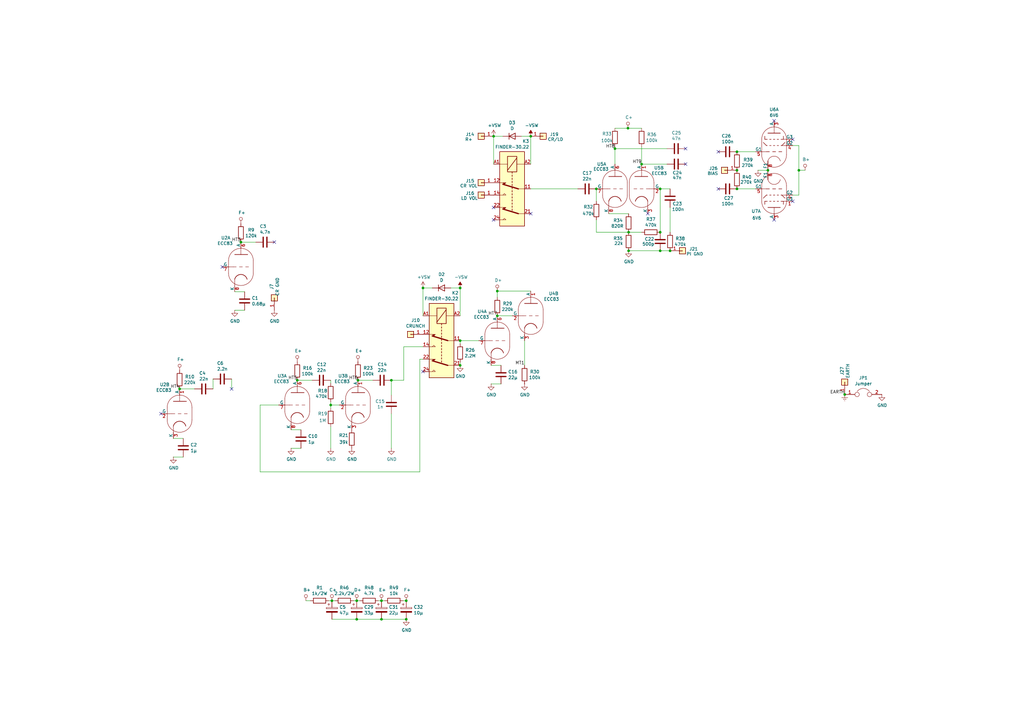
<source format=kicad_sch>
(kicad_sch (version 20250114) (generator "eeschema") (generator_version "9.0")
  (paper "A3")
  (title_block (title "Dirty Greed Custom (PCB)") (date "2019-04-05") (rev "0") (company "A-wai Amplification"))
  (lib_symbols
    (symbol "Connector_Generic:Conn_01x01" (pin_names (offset 1.016) (hide yes))
      (property "Reference" "J" (at 0 2.54 0))
      (property "Value" "Conn_01x01" (at 0 -2.54 0))
      (symbol "Conn_01x01_1_1"
        (rectangle (start -1.27 1.27) (end 1.27 -1.27) (stroke (width 0.254)) (fill (type background)))
        (rectangle (start -1.27 0.127) (end 0 -0.127) (stroke (width 0.1524)))
        (pin passive line (at -5.08 0 0) (length 3.81) (name "Pin_1") (number "1"))
      )
    )
    (symbol "Device:C" (pin_numbers (hide yes)) (pin_names (offset 0.254))
      (property "Reference" "C" (at 0.635 2.54 0))
      (property "Value" "C" (at 0.635 -2.54 0))
      (symbol "C_0_1"
        (polyline (pts (xy -2.032 0.762) (xy 2.032 0.762)) (stroke (width 0.508)))
        (polyline (pts (xy -2.032 -0.762) (xy 2.032 -0.762)) (stroke (width 0.508)))
      )
      (symbol "C_1_1"
        (pin passive line (at 0 3.81 270) (length 2.794) (name "~") (number "1"))
        (pin passive line (at 0 -3.81 90) (length 2.794) (name "~") (number "2"))
      )
    )
    (symbol "Device:CP" (pin_numbers (hide yes)) (pin_names (offset 0.254))
      (property "Reference" "C" (at 0.635 2.54 0))
      (property "Value" "Device_CP" (at 0.635 -2.54 0))
      (symbol "CP_0_1"
        (rectangle (start -2.286 0.508) (end -2.286 1.016))
        (rectangle (start -2.286 0.508) (end 2.286 0.508))
        (polyline (pts (xy -1.778 2.286) (xy -0.762 2.286)))
        (polyline (pts (xy -1.27 2.794) (xy -1.27 1.778)))
        (rectangle (start 2.286 1.016) (end -2.286 1.016))
        (rectangle (start 2.286 1.016) (end 2.286 0.508))
        (rectangle (start 2.286 -0.508) (end -2.286 -1.016) (fill (type outline)))
      )
      (symbol "CP_1_1"
        (pin passive line (at 0 3.81 270) (length 2.794) (name "~") (number "1"))
        (pin passive line (at 0 -3.81 90) (length 2.794) (name "~") (number "2"))
      )
    )
    (symbol "Device:D" (pin_numbers (hide yes)) (pin_names (offset 1.016) (hide yes))
      (property "Reference" "D" (at 0 2.54 0))
      (property "Value" "D" (at 0 -2.54 0))
      (symbol "D_0_1"
        (polyline (pts (xy -1.27 1.27) (xy -1.27 -1.27)) (stroke (width 0.254)))
        (polyline (pts (xy 1.27 1.27) (xy 1.27 -1.27) (xy -1.27 0) (xy 1.27 1.27)) (stroke (width 0.254)))
        (polyline (pts (xy 1.27 0) (xy -1.27 0)))
      )
      (symbol "D_1_1"
        (pin passive line (at -3.81 0 0) (length 2.54) (name "K") (number "1"))
        (pin passive line (at 3.81 0 180) (length 2.54) (name "A") (number "2"))
      )
    )
    (symbol "Device:Jumper" (pin_names (offset 0.762) (hide yes))
      (property "Reference" "JP" (at 0 3.81 0))
      (property "Value" "Device_Jumper" (at 0 -2.032 0))
      (symbol "Jumper_0_1"
        (circle (center -2.54 0) (radius 0.889))
        (arc (start -2.4892 1.27) (mid 0.0077 2.4896) (end 2.5146 1.27))
        (circle (center 2.54 0) (radius 0.889))
        (pin passive line (at -7.62 0 0) (length 4.191) (name "1") (number "1"))
        (pin passive line (at 7.62 0 180) (length 4.191) (name "2") (number "2"))
      )
    )
    (symbol "Device:R" (pin_numbers (hide yes)) (pin_names (offset 0))
      (property "Reference" "R" (at 2.032 0 90))
      (property "Value" "R" (at 0 0 90))
      (symbol "R_0_1"
        (rectangle (start -1.016 -2.54) (end 1.016 2.54) (stroke (width 0.254)))
      )
      (symbol "R_1_1"
        (pin passive line (at 0 3.81 270) (length 1.27) (name "~") (number "1"))
        (pin passive line (at 0 -3.81 90) (length 1.27) (name "~") (number "2"))
      )
    )
    (symbol "Project:B+" (power) (pin_names (offset 0))
      (property "Value" "B+" (at 0 3.81 0))
      (symbol "B+_0_1"
        (circle (center 0 1.905) (radius 0.635))
        (polyline (pts (xy 0 0) (xy 0 1.27)))
      )
      (symbol "B+_1_1"
        (pin power_in line (at 0 0 90) (length 0) (hide yes) (name "B+") (number "1"))
      )
    )
    (symbol "Project:C+" (power) (pin_names (offset 0))
      (property "Value" "C+" (at 0 3.81 0))
      (symbol "C+_0_1"
        (circle (center 0 1.905) (radius 0.635))
        (polyline (pts (xy 0 0) (xy 0 1.27)))
      )
      (symbol "C+_1_1"
        (pin power_in line (at 0 0 90) (length 0) (hide yes) (name "C+") (number "1"))
      )
    )
    (symbol "Project:D+" (power) (pin_names (offset 0))
      (property "Value" "D+" (at 0 3.81 0))
      (symbol "D+_0_1"
        (circle (center 0 1.905) (radius 0.635))
        (polyline (pts (xy 0 0) (xy 0 1.27)))
      )
      (symbol "D+_1_1"
        (pin power_in line (at 0 0 90) (length 0) (hide yes) (name "D+") (number "1"))
      )
    )
    (symbol "Project:E+" (power) (pin_names (offset 0))
      (property "Value" "E+" (at 0 3.81 0))
      (symbol "E+_0_1"
        (circle (center 0 1.905) (radius 0.635))
        (polyline (pts (xy 0 0) (xy 0 1.27)))
      )
      (symbol "E+_1_1"
        (pin power_in line (at 0 0 90) (length 0) (hide yes) (name "E+") (number "1"))
      )
    )
    (symbol "Project:F+" (power) (pin_names (offset 0))
      (property "Value" "F+" (at 0 3.81 0))
      (symbol "F+_0_1"
        (circle (center 0 1.905) (radius 0.635))
        (polyline (pts (xy 0 0) (xy 0 1.27)))
      )
      (symbol "F+_1_1"
        (pin power_in line (at 0 0 90) (length 0) (hide yes) (name "F+") (number "1"))
      )
    )
    (symbol "Relay:FINDER-30.22"
      (property "Reference" "K" (at 16.51 3.81 0))
      (property "Value" "FINDER-30.22" (at 16.51 1.27 0))
      (symbol "FINDER-30.22_0_0"
        (polyline (pts (xy -2.54 5.08) (xy -2.54 2.54) (xy -1.905 3.175) (xy -2.54 3.81)) (fill (type outline)))
        (polyline (pts (xy 2.54 5.08) (xy 2.54 2.54) (xy 1.905 3.175) (xy 2.54 3.81)))
        (polyline (pts (xy 7.62 5.08) (xy 7.62 2.54) (xy 8.255 3.175) (xy 7.62 3.81)) (fill (type outline)))
        (polyline (pts (xy 12.7 5.08) (xy 12.7 2.54) (xy 12.065 3.175) (xy 12.7 3.81)))
      )
      (symbol "FINDER-30.22_0_1"
        (rectangle (start -15.24 5.08) (end 15.24 -5.08) (stroke (width 0.254)) (fill (type background)))
        (rectangle (start -13.335 1.905) (end -6.985 -1.905) (stroke (width 0.254)))
        (polyline (pts (xy -12.7 -1.905) (xy -7.62 1.905)) (stroke (width 0.254)))
        (polyline (pts (xy -10.16 5.08) (xy -10.16 1.905)))
        (polyline (pts (xy -10.16 -5.08) (xy -10.16 -1.905)))
        (polyline (pts (xy -6.985 0) (xy -6.35 0)) (stroke (width 0.254)))
        (polyline (pts (xy -5.715 0) (xy -5.08 0)) (stroke (width 0.254)))
        (polyline (pts (xy -4.445 0) (xy -3.81 0)) (stroke (width 0.254)))
        (polyline (pts (xy -3.175 0) (xy -2.54 0)) (stroke (width 0.254)))
        (polyline (pts (xy -1.905 0) (xy -1.27 0)) (stroke (width 0.254)))
        (polyline (pts (xy -0.635 0) (xy 0 0)) (stroke (width 0.254)))
        (polyline (pts (xy 0 -2.54) (xy -1.905 3.81)) (stroke (width 0.508)))
        (polyline (pts (xy 0 -2.54) (xy 0 -5.08)))
        (polyline (pts (xy 0.635 0) (xy 1.27 0)) (stroke (width 0.254)))
        (polyline (pts (xy 1.905 0) (xy 2.54 0)) (stroke (width 0.254)))
        (polyline (pts (xy 3.175 0) (xy 3.81 0)) (stroke (width 0.254)))
        (polyline (pts (xy 4.445 0) (xy 5.08 0)) (stroke (width 0.254)))
        (polyline (pts (xy 5.715 0) (xy 6.35 0)) (stroke (width 0.254)))
        (polyline (pts (xy 6.985 0) (xy 7.62 0)) (stroke (width 0.254)))
        (polyline (pts (xy 8.255 0) (xy 8.89 0)) (stroke (width 0.254)))
        (polyline (pts (xy 10.16 -2.54) (xy 8.255 3.81)) (stroke (width 0.508)))
        (polyline (pts (xy 10.16 -2.54) (xy 10.16 -5.08)))
      )
      (symbol "FINDER-30.22_1_1"
        (pin passive line (at -10.16 7.62 270) (length 2.54) (name "~") (number "A1"))
        (pin passive line (at -10.16 -7.62 90) (length 2.54) (name "~") (number "A2"))
        (pin passive line (at -2.54 7.62 270) (length 2.54) (name "~") (number "12"))
        (pin passive line (at 0 -7.62 90) (length 2.54) (name "~") (number "11"))
        (pin passive line (at 2.54 7.62 270) (length 2.54) (name "~") (number "14"))
        (pin passive line (at 7.62 7.62 270) (length 2.54) (name "~") (number "22"))
        (pin passive line (at 10.16 -7.62 90) (length 2.54) (name "~") (number "21"))
        (pin passive line (at 12.7 7.62 270) (length 2.54) (name "~") (number "24"))
      )
    )
    (symbol "Valve:ECC83" (pin_names (offset 0))
      (property "Reference" "U" (at 3.302 7.874 0))
      (property "Value" "ECC83" (at 8.89 -7.62 0))
      (symbol "ECC83_0_1"
        (polyline (pts (xy -5.08 2.54) (xy -5.08 -2.54) (xy -5.08 -2.54)))
        (arc (start -5.08 2.54) (mid 0 7.5979) (end 5.08 2.54))
        (arc (start 5.08 -2.54) (mid 0 -7.5979) (end -5.08 -2.54))
        (polyline (pts (xy 5.08 2.54) (xy 5.08 -2.54)))
      )
      (symbol "ECC83_1_0"
        (polyline (pts (xy -2.54 -5.08) (xy -2.54 -7.62)))
        (polyline (pts (xy 0 5.08) (xy 0 7.62)))
      )
      (symbol "ECC83_1_1"
        (polyline (pts (xy -5.08 0) (xy -3.175 0)))
        (polyline (pts (xy -2.54 5.08) (xy 2.794 5.08) (xy 2.794 5.08)) (stroke (width 0.254)))
        (polyline (pts (xy -1.905 0) (xy -3.175 0)) (stroke (width 0.1524)))
        (polyline (pts (xy -0.635 0) (xy 0.635 0)) (stroke (width 0.1524)))
        (arc (start -2.54 -5.08) (mid 0 -3.0968) (end 2.54 -5.08) (stroke (width 0.254)))
        (polyline (pts (xy 1.905 0) (xy 3.175 0)) (stroke (width 0.1524)))
        (pin input line (at -7.62 0 0) (length 2.54) (name "G") (number "7"))
        (pin bidirectional line (at -2.54 -10.16 90) (length 2.54) (name "K") (number "8"))
        (pin output line (at 0 10.16 270) (length 2.54) (name "A") (number "6"))
      )
      (symbol "ECC83_2_0"
        (polyline (pts (xy -2.54 -5.08) (xy -2.54 -7.62)))
        (polyline (pts (xy 0 5.08) (xy 0 7.62)))
      )
      (symbol "ECC83_2_1"
        (polyline (pts (xy -5.08 0) (xy -3.175 0)))
        (polyline (pts (xy -2.54 5.08) (xy 2.794 5.08) (xy 2.794 5.08)) (stroke (width 0.254)))
        (polyline (pts (xy -1.905 0) (xy -3.175 0)) (stroke (width 0.1524)))
        (polyline (pts (xy -0.635 0) (xy 0.635 0)) (stroke (width 0.1524)))
        (arc (start -2.54 -5.08) (mid 0 -3.0968) (end 2.54 -5.08) (stroke (width 0.254)))
        (polyline (pts (xy 1.905 0) (xy 3.175 0)) (stroke (width 0.1524)))
        (pin input line (at -7.62 0 0) (length 2.54) (name "G") (number "2"))
        (pin bidirectional line (at -2.54 -10.16 90) (length 2.54) (name "K") (number "3"))
        (pin output line (at 0 10.16 270) (length 2.54) (name "A") (number "1"))
      )
      (symbol "ECC83_3_1"
        (arc (start -2.54 -6.35) (mid -1.27 -5.5651) (end 0 -6.35))
        (arc (start 0 -6.35) (mid 1.27 -5.5651) (end 2.54 -6.35))
        (pin power_in line (at -2.54 -11.43 90) (length 5.08) (name "F1") (number "4"))
        (pin power_in line (at 0 -11.43 90) (length 5.08) (name "F2") (number "9"))
        (pin power_in line (at 2.54 -11.43 90) (length 5.08) (name "F1") (number "5"))
      )
    )
    (symbol "Valve:EL34" (pin_names (offset 0))
      (property "Reference" "U" (at 5.08 8.89 0))
      (property "Value" "EL34" (at 6.35 -7.62 0))
      (symbol "EL34_0_1"
        (polyline (pts (xy -5.08 3.81) (xy -5.08 -2.54) (xy -5.08 -2.54)))
        (arc (start -5.08 3.81) (mid 0 8.8679) (end 5.08 3.81))
        (arc (start 5.08 -2.54) (mid 0 -7.5979) (end -5.08 -2.54))
        (polyline (pts (xy 5.08 3.81) (xy 5.08 -2.54) (xy 5.08 -2.54)))
      )
      (symbol "EL34_1_0"
        (polyline (pts (xy -2.54 -5.08) (xy -2.54 -7.62)))
      )
      (symbol "EL34_1_1"
        (polyline (pts (xy -5.08 -1.27) (xy -3.175 -1.27)))
        (polyline (pts (xy -4.445 2.54) (xy -3.175 1.27)) (stroke (width 0.2032)))
        (polyline (pts (xy -3.81 5.08) (xy -3.81 3.81)) (stroke (width 0.2032)))
        (polyline (pts (xy -3.81 3.81) (xy -2.794 3.81)) (stroke (width 0.2032)))
        (polyline (pts (xy -3.175 1.27) (xy -2.794 1.27)) (stroke (width 0.2032)))
        (polyline (pts (xy -2.54 6.35) (xy 2.54 6.35) (xy 2.54 6.35) (xy 2.54 6.35)) (stroke (width 0.254)))
        (polyline (pts (xy -1.905 -1.27) (xy -3.175 -1.27)) (stroke (width 0.2032)))
        (polyline (pts (xy -1.8542 3.81) (xy -1.2192 3.81)) (stroke (width 0.2032)))
        (polyline (pts (xy -1.8542 1.27) (xy -1.2192 1.27)) (stroke (width 0.2032)))
        (polyline (pts (xy -0.635 -1.27) (xy 0.635 -1.27)) (stroke (width 0.2032)))
        (polyline (pts (xy -0.3302 3.81) (xy 0.3302 3.81)) (stroke (width 0.2032)))
        (polyline (pts (xy -0.3302 1.27) (xy 0.3302 1.27)) (stroke (width 0.2032)))
        (polyline (pts (xy 0 6.35) (xy 0 8.89)))
        (arc (start -2.54 -5.08) (mid 0 -3.0968) (end 2.54 -5.08))
        (polyline (pts (xy 1.2192 3.81) (xy 1.8542 3.81)) (stroke (width 0.2032)))
        (polyline (pts (xy 1.2192 1.27) (xy 1.8542 1.27)) (stroke (width 0.2032)))
        (polyline (pts (xy 1.905 -1.27) (xy 3.175 -1.27)) (stroke (width 0.2032)))
        (polyline (pts (xy 2.794 1.27) (xy 3.175 1.27)) (stroke (width 0.2032)))
        (polyline (pts (xy 3.175 1.27) (xy 5.08 1.27)))
        (polyline (pts (xy 3.81 5.08) (xy 3.81 3.81)) (stroke (width 0.2032)))
        (polyline (pts (xy 3.81 3.81) (xy 2.794 3.81)) (stroke (width 0.2032)))
        (polyline (pts (xy 3.8862 3.81) (xy 5.08 3.81)))
        (polyline (pts (xy 4.445 2.54) (xy 3.175 1.27)) (stroke (width 0.2032)))
        (pin input line (at -7.62 -1.27 0) (length 2.54) (name "G1") (number "5"))
        (pin power_in line (at -2.54 -8.89 90) (length 3.81) (name "F1") (number "8"))
        (pin output line (at 0 11.43 270) (length 2.54) (name "A") (number "3"))
        (pin input line (at 7.62 3.81 180) (length 2.54) (name "G3") (number "1"))
        (pin input line (at 7.62 1.27 180) (length 2.54) (name "G2") (number "4"))
      )
      (symbol "EL34_2_1"
        (polyline (pts (xy -2.54 -6.35) (xy -2.54 -5.08) (xy -2.54 -5.08)))
        (arc (start -2.54 -5.08) (mid 0 -4.0279) (end 2.54 -5.08))
        (polyline (pts (xy 2.54 -6.35) (xy 2.54 -5.08) (xy 2.54 -5.08)))
        (pin power_in line (at -2.54 -10.16 90) (length 3.81) (name "F1") (number "2"))
        (pin power_in line (at 2.54 -10.16 90) (length 3.81) (name "F2") (number "7"))
      )
    )
    (symbol "power:+VSW" (power) (pin_numbers (hide yes)) (pin_names (offset 0) (hide yes))
      (property "Value" "+VSW" (at 0 3.556 0))
      (symbol "+VSW_0_1"
        (polyline (pts (xy -0.762 1.27) (xy 0 2.54)))
        (polyline (pts (xy 0 2.54) (xy 0.762 1.27)))
        (polyline (pts (xy 0 0) (xy 0 2.54)))
      )
      (symbol "+VSW_1_1"
        (pin power_in line (at 0 0 90) (length 0) (name "~") (number "1"))
      )
    )
    (symbol "power:-VSW" (power) (pin_numbers (hide yes)) (pin_names (offset 0) (hide yes))
      (property "Value" "-VSW" (at 0 3.556 0))
      (symbol "-VSW_0_0"
        (pin power_in line (at 0 0 90) (length 0) (name "~") (number "1"))
      )
      (symbol "-VSW_0_1"
        (polyline (pts (xy 0 0) (xy 0 1.27) (xy 0.762 1.27) (xy 0 2.54) (xy -0.762 1.27) (xy 0 1.27)) (fill (type outline)))
      )
    )
    (symbol "power:Earth" (power) (pin_numbers (hide yes)) (pin_names (offset 0) (hide yes))
      (property "Value" "Earth" (at 0 -3.81 0))
      (symbol "Earth_0_1"
        (polyline (pts (xy -0.635 -1.905) (xy 0.635 -1.905)))
        (polyline (pts (xy -0.127 -2.54) (xy 0.127 -2.54)))
        (polyline (pts (xy 0 -1.27) (xy 0 0)))
        (polyline (pts (xy 1.27 -1.27) (xy -1.27 -1.27)))
      )
      (symbol "Earth_1_1"
        (pin power_in line (at 0 0 270) (length 0) (name "~") (number "1"))
      )
    )
    (symbol "power:GND" (power) (pin_numbers (hide yes)) (pin_names (offset 0) (hide yes))
      (property "Value" "GND" (at 0 -3.81 0))
      (symbol "GND_0_1"
        (polyline (pts (xy 0 0) (xy 0 -1.27) (xy 1.27 -1.27) (xy 0 -2.54) (xy -1.27 -1.27) (xy 0 -1.27)))
      )
      (symbol "GND_1_1"
        (pin power_in line (at 0 0 270) (length 0) (name "~") (number "1"))
      )
    )
  )
  (junction (at 146.304 246.38))
  (junction (at 302.26 62.23))
  (junction (at 263.144 67.31))
  (junction (at 302.26 77.47))
  (junction (at 188.722 139.7))
  (junction (at 188.722 149.86))
  (junction (at 270.764 102.87))
  (junction (at 314.96 69.85))
  (junction (at 203.962 119.38))
  (junction (at 156.464 254))
  (junction (at 327.66 69.85))
  (junction (at 166.624 254))
  (junction (at 257.556 52.578))
  (junction (at 252.222 60.96))
  (junction (at 302.26 69.85))
  (junction (at 146.812 155.956))
  (junction (at 346.456 161.798))
  (junction (at 270.764 77.47))
  (junction (at 244.602 77.47))
  (junction (at 274.828 102.87))
  (junction (at 156.464 246.38))
  (junction (at 217.678 55.88))
  (junction (at 257.81 102.87))
  (junction (at 270.764 95.25))
  (junction (at 135.636 166.116))
  (junction (at 98.806 99.314))
  (junction (at 202.438 55.88))
  (junction (at 160.528 155.956))
  (junction (at 73.66 159.512))
  (junction (at 121.92 155.956))
  (junction (at 166.624 246.38))
  (junction (at 173.482 118.11))
  (junction (at 203.962 129.54))
  (junction (at 136.144 246.38))
  (junction (at 257.81 95.25))
  (junction (at 146.304 254))
  (junction (at 188.722 118.11))
  (no_connect (at 265.684 87.63))
  (no_connect (at 173.482 152.4))
  (no_connect (at 66.04 169.672))
  (no_connect (at 202.438 85.09))
  (no_connect (at 294.64 62.23))
  (no_connect (at 281.178 67.31))
  (no_connect (at 94.996 159.512))
  (no_connect (at 294.64 77.47))
  (no_connect (at 112.522 99.314))
  (no_connect (at 325.12 57.15))
  (no_connect (at 217.678 87.63))
  (no_connect (at 325.12 82.55))
  (no_connect (at 317.5 90.17))
  (no_connect (at 281.178 60.96))
  (no_connect (at 202.438 90.17))
  (no_connect (at 317.5 49.53))
  (no_connect (at 91.186 109.474))
  (wire (pts (xy 119.38 183.896) (xy 123.444 183.896)))
  (wire (pts (xy 94.996 159.512) (xy 94.996 155.448)))
  (wire (pts (xy 327.66 80.01) (xy 327.66 69.85)))
  (wire (pts (xy 173.482 118.11) (xy 173.482 129.54)))
  (wire (pts (xy 121.92 155.956) (xy 128.016 155.956)))
  (wire (pts (xy 310.896 69.85) (xy 314.96 69.85)))
  (wire (pts (xy 160.528 162.052) (xy 160.528 155.956)))
  (wire (pts (xy 125.476 246.38) (xy 127.254 246.38)))
  (wire (pts (xy 213.868 55.88) (xy 217.678 55.88)))
  (wire (pts (xy 270.764 102.87) (xy 257.81 102.87)))
  (wire (pts (xy 217.678 77.47) (xy 236.982 77.47)))
  (wire (pts (xy 156.464 254) (xy 166.624 254)))
  (wire (pts (xy 327.66 69.85) (xy 327.66 59.69)))
  (wire (pts (xy 100.33 119.634) (xy 96.266 119.634)))
  (wire (pts (xy 252.222 60.96) (xy 252.222 67.31)))
  (wire (pts (xy 177.292 118.11) (xy 173.482 118.11)))
  (wire (pts (xy 206.248 55.88) (xy 202.438 55.88)))
  (wire (pts (xy 274.828 85.09) (xy 274.828 95.25)))
  (wire (pts (xy 106.68 166.116) (xy 106.68 193.548)))
  (wire (pts (xy 252.222 60.198) (xy 252.222 60.96)))
  (wire (pts (xy 210.058 129.54) (xy 203.962 129.54)))
  (wire (pts (xy 135.636 183.896) (xy 135.636 175.006)))
  (wire (pts (xy 202.438 55.88) (xy 202.438 67.31)))
  (wire (pts (xy 327.66 69.85) (xy 330.2 69.85)))
  (wire (pts (xy 135.636 166.116) (xy 135.636 164.846)))
  (wire (pts (xy 302.26 77.47) (xy 309.88 77.47)))
  (wire (pts (xy 188.722 148.59) (xy 188.722 149.86)))
  (wire (pts (xy 188.722 140.97) (xy 188.722 139.7)))
  (wire (pts (xy 106.68 193.548) (xy 172.212 193.548)))
  (wire (pts (xy 139.192 166.116) (xy 135.636 166.116)))
  (wire (pts (xy 257.81 95.25) (xy 263.144 95.25)))
  (wire (pts (xy 146.304 246.38) (xy 147.574 246.38)))
  (wire (pts (xy 205.486 149.86) (xy 201.422 149.86)))
  (wire (pts (xy 145.034 246.38) (xy 146.304 246.38)))
  (wire (pts (xy 273.558 67.31) (xy 263.144 67.31)))
  (wire (pts (xy 165.354 246.38) (xy 166.624 246.38)))
  (wire (pts (xy 325.12 80.01) (xy 327.66 80.01)))
  (wire (pts (xy 135.636 157.226) (xy 135.636 155.956)))
  (wire (pts (xy 71.12 187.452) (xy 75.184 187.452)))
  (wire (pts (xy 172.212 147.32) (xy 172.212 193.548)))
  (wire (pts (xy 203.962 119.38) (xy 217.678 119.38)))
  (wire (pts (xy 137.414 246.38) (xy 136.144 246.38)))
  (wire (pts (xy 188.722 139.7) (xy 196.342 139.7)))
  (wire (pts (xy 165.608 155.956) (xy 160.528 155.956)))
  (wire (pts (xy 263.144 67.31) (xy 263.144 60.198)))
  (wire (pts (xy 156.464 246.38) (xy 157.734 246.38)))
  (wire (pts (xy 217.678 55.88) (xy 217.678 67.31)))
  (wire (pts (xy 106.68 166.116) (xy 114.3 166.116)))
  (wire (pts (xy 75.184 179.832) (xy 71.12 179.832)))
  (wire (pts (xy 155.194 246.38) (xy 156.464 246.38)))
  (wire (pts (xy 73.66 159.512) (xy 79.756 159.512)))
  (wire (pts (xy 135.636 167.386) (xy 135.636 166.116)))
  (wire (pts (xy 215.138 139.7) (xy 215.138 149.86)))
  (wire (pts (xy 257.81 87.63) (xy 249.682 87.63)))
  (wire (pts (xy 87.376 155.448) (xy 87.376 159.512)))
  (wire (pts (xy 244.602 95.25) (xy 257.81 95.25)))
  (wire (pts (xy 201.422 157.48) (xy 205.486 157.48)))
  (wire (pts (xy 244.602 82.55) (xy 244.602 77.47)))
  (wire (pts (xy 244.602 90.17) (xy 244.602 95.25)))
  (wire (pts (xy 302.26 62.23) (xy 309.88 62.23)))
  (wire (pts (xy 188.722 118.11) (xy 188.722 129.54)))
  (wire (pts (xy 98.806 99.314) (xy 104.902 99.314)))
  (wire (pts (xy 134.874 246.38) (xy 136.144 246.38)))
  (wire (pts (xy 270.764 95.25) (xy 270.764 77.47)))
  (wire (pts (xy 146.812 155.956) (xy 152.908 155.956)))
  (wire (pts (xy 136.144 254) (xy 146.304 254)))
  (wire (pts (xy 156.464 254) (xy 146.304 254)))
  (wire (pts (xy 273.558 60.96) (xy 252.222 60.96)))
  (wire (pts (xy 327.66 59.69) (xy 325.12 59.69)))
  (wire (pts (xy 203.962 119.38) (xy 203.962 121.92)))
  (wire (pts (xy 123.444 176.276) (xy 119.38 176.276)))
  (wire (pts (xy 270.764 102.87) (xy 274.828 102.87)))
  (wire (pts (xy 96.266 127.254) (xy 100.33 127.254)))
  (wire (pts (xy 257.556 52.578) (xy 252.222 52.578)))
  (wire (pts (xy 263.144 52.578) (xy 257.556 52.578)))
  (wire (pts (xy 173.482 142.24) (xy 165.608 142.24)))
  (wire (pts (xy 165.608 142.24) (xy 165.608 155.956)))
  (wire (pts (xy 274.828 77.47) (xy 270.764 77.47)))
  (wire (pts (xy 160.528 169.672) (xy 160.528 183.896)))
  (wire (pts (xy 184.912 118.11) (xy 188.722 118.11)))
  (wire (pts (xy 172.212 147.32) (xy 173.482 147.32)))
  (label "HT9" (at 263.144 67.31 180))
  (label "EARTH" (at 346.456 161.798 180))
  (label "MT1" (at 215.138 149.86 180))
  (label "HT6" (at 146.812 155.956 180))
  (label "HT4" (at 73.66 159.512 180))
  (label "HT7" (at 203.962 129.54 180))
  (label "HT8" (at 252.222 60.96 180))
  (label "HT5" (at 121.92 155.956 180))
  (label "HT3" (at 98.806 99.314 180))
  (symbol (lib_id "Valve:ECC83") (at 252.222 77.47 0) (unit 1)
    (property "Reference" "U5" (at 244.856 67.31 0) (effects (justify left)))
    (property "Value" "ECC83" (at 243.332 69.342 0) (effects (justify left)))
    (property "Footprint" "A-wai_Turrets:TUBE_TRIODE" (effects (hide yes)))
    (property "Datasheet" "http://www.r-type.org/pdfs/ecc83.pdf" (effects (hide yes)))
  )
  (symbol (lib_id "Valve:ECC83") (at 263.144 77.47 0) (mirror y) (unit 2)
    (property "Reference" "U5" (at 272.288 68.834 0) (effects (justify left)))
    (property "Value" "ECC83" (at 273.558 71.12 0) (effects (justify left)))
    (property "Footprint" "A-wai_Turrets:TUBE_TRIODE" (effects (hide yes)))
    (property "Datasheet" "http://www.r-type.org/pdfs/ecc83.pdf" (effects (hide yes)))
  )
  (symbol (lib_id "Relay:FINDER-30.22") (at 181.102 139.7 90) (mirror x) (unit 1)
    (property "Reference" "K2" (at 188.0616 120.142 90) (effects (justify left)))
    (property "Value" "FINDER-30.22" (at 188.0616 122.5042 90) (effects (justify left)))
    (property "Footprint" "Relay_THT:Relay_DPDT_Finder_30.22" (effects (hide yes)))
    (property "Datasheet" "http://gfinder.findernet.com/assets/Series/354/S30EN.pdf" (effects (hide yes)))
  )
  (symbol (lib_id "power:Earth") (at 346.456 161.798 0) (unit 1)
    (property "Reference" "#PWR026" (effects (hide yes)))
    (property "Value" "Earth" (effects (hide yes)))
  )
  (symbol (lib_id "Device:R") (at 244.602 86.36 0) (unit 1)
    (property "Reference" "R32" (at 241.3 84.836 0))
    (property "Value" "470k" (at 241.3 87.63 0))
    (property "Footprint" "A-wai_Turrets:R_0.5W" (effects (hide yes)))
  )
  (symbol (lib_id "Device:R") (at 263.144 56.388 180) (unit 1)
    (property "Reference" "R36" (at 267.335 55.1942 0))
    (property "Value" "100k" (at 267.335 57.5564 0))
    (property "Footprint" "A-wai_Turrets:R_0.5W" (effects (hide yes)))
  )
  (symbol (lib_id "Valve:ECC83") (at 98.806 109.474 0) (unit 1)
    (property "Reference" "U2" (at 90.678 97.536 0) (effects (justify left)))
    (property "Value" "ECC83" (at 89.154 99.822 0) (effects (justify left)))
    (property "Footprint" "A-wai_Turrets:TUBE_TRIODE" (effects (hide yes)))
    (property "Datasheet" "http://www.r-type.org/pdfs/ecc83.pdf" (effects (hide yes)))
  )
  (symbol (lib_id "Device:R") (at 98.806 95.504 0) (unit 1)
    (property "Reference" "R9" (at 102.997 94.3102 0))
    (property "Value" "120k" (at 102.997 96.6724 0))
    (property "Footprint" "A-wai_Turrets:R_0.5W" (effects (hide yes)))
  )
  (symbol (lib_id "power:GND") (at 96.266 127.254 0) (unit 1)
    (property "Reference" "#PWR03" (effects (hide yes)))
    (property "Value" "GND" (at 96.393 131.699 0))
  )
  (symbol (lib_id "Device:C") (at 100.33 123.444 0) (unit 1)
    (property "Reference" "C1" (at 103.251 122.2502 0) (effects (justify left)))
    (property "Value" "0.68µ" (at 103.251 124.6124 0) (effects (justify left)))
    (property "Footprint" "A-wai_Turrets:C_M150_684_100V" (effects (hide yes)))
  )
  (symbol (lib_id "Device:C") (at 108.712 99.314 270) (unit 1)
    (property "Reference" "C3" (at 106.5276 92.837 90) (effects (justify left)))
    (property "Value" "4.7n" (at 106.5276 95.1992 90) (effects (justify left)))
    (property "Footprint" "A-wai_Turrets:C_6PS_502" (effects (hide yes)))
  )
  (symbol (lib_id "power:GND") (at 112.522 127.254 0) (unit 1)
    (property "Reference" "#PWR05" (effects (hide yes)))
    (property "Value" "GND" (at 112.649 131.699 0))
  )
  (symbol (lib_id "Valve:ECC83") (at 73.66 169.672 0) (unit 2)
    (property "Reference" "U2" (at 65.532 157.734 0) (effects (justify left)))
    (property "Value" "ECC83" (at 64.008 160.02 0) (effects (justify left)))
    (property "Footprint" "A-wai_Turrets:TUBE_TRIODE" (effects (hide yes)))
    (property "Datasheet" "http://www.r-type.org/pdfs/ecc83.pdf" (effects (hide yes)))
  )
  (symbol (lib_id "Device:R") (at 73.66 155.702 0) (unit 1)
    (property "Reference" "R10" (at 77.851 154.5082 0))
    (property "Value" "220k" (at 77.851 156.8704 0))
    (property "Footprint" "A-wai_Turrets:R_0.5W" (effects (hide yes)))
  )
  (symbol (lib_id "power:GND") (at 71.12 187.452 0) (unit 1)
    (property "Reference" "#PWR04" (effects (hide yes)))
    (property "Value" "GND" (at 71.247 191.897 0))
  )
  (symbol (lib_id "Device:C") (at 75.184 183.642 0) (unit 1)
    (property "Reference" "C2" (at 78.105 182.4482 0) (effects (justify left)))
    (property "Value" "1µ" (at 78.105 184.8104 0) (effects (justify left)))
    (property "Footprint" "A-wai_Turrets:C_M150_105_100V" (effects (hide yes)))
  )
  (symbol (lib_id "Device:C") (at 83.566 159.512 270) (unit 1)
    (property "Reference" "C4" (at 81.6864 153.035 90) (effects (justify left)))
    (property "Value" "22n" (at 81.6864 155.3972 90) (effects (justify left)))
    (property "Footprint" "A-wai_Turrets:C_WMF_223_630V" (effects (hide yes)))
  )
  (symbol (lib_id "Device:C") (at 91.186 155.448 270) (unit 1)
    (property "Reference" "C6" (at 89.0016 148.971 90) (effects (justify left)))
    (property "Value" "2.2n" (at 89.0016 151.3332 90) (effects (justify left)))
    (property "Footprint" "A-wai_Turrets:C_6PS_202" (effects (hide yes)))
  )
  (symbol (lib_id "Valve:ECC83") (at 121.92 166.116 0) (unit 1)
    (property "Reference" "U3" (at 113.792 154.178 0) (effects (justify left)))
    (property "Value" "ECC83" (at 112.268 156.464 0) (effects (justify left)))
    (property "Footprint" "A-wai_Turrets:TUBE_TRIODE" (effects (hide yes)))
    (property "Datasheet" "http://www.r-type.org/pdfs/ecc83.pdf" (effects (hide yes)))
  )
  (symbol (lib_id "Device:R") (at 121.92 152.146 0) (unit 1)
    (property "Reference" "R16" (at 126.111 150.9522 0))
    (property "Value" "100k" (at 126.111 153.3144 0))
    (property "Footprint" "A-wai_Turrets:R_0.5W" (effects (hide yes)))
  )
  (symbol (lib_id "power:GND") (at 119.38 183.896 0) (unit 1)
    (property "Reference" "#PWR08" (effects (hide yes)))
    (property "Value" "GND" (at 119.507 188.341 0))
  )
  (symbol (lib_id "Device:C") (at 123.444 180.086 0) (unit 1)
    (property "Reference" "C10" (at 126.365 178.8922 0) (effects (justify left)))
    (property "Value" "1µ" (at 126.365 181.2544 0) (effects (justify left)))
    (property "Footprint" "A-wai_Turrets:C_M150_105_100V" (effects (hide yes)))
  )
  (symbol (lib_id "Device:C") (at 131.826 155.956 270) (unit 1)
    (property "Reference" "C12" (at 129.9464 149.479 90) (effects (justify left)))
    (property "Value" "22n" (at 129.9464 151.8412 90) (effects (justify left)))
    (property "Footprint" "A-wai_Turrets:C_WMF_223_630V" (effects (hide yes)))
  )
  (symbol (lib_id "Device:R") (at 135.636 171.196 0) (unit 1)
    (property "Reference" "R19" (at 132.334 169.672 0))
    (property "Value" "1M" (at 132.334 172.466 0))
    (property "Footprint" "A-wai_Turrets:R_0.5W" (effects (hide yes)))
  )
  (symbol (lib_id "Device:R") (at 135.636 161.036 180) (unit 1)
    (property "Reference" "R18" (at 132.334 160.274 0))
    (property "Value" "470k" (at 131.826 162.56 0))
    (property "Footprint" "A-wai_Turrets:R_0.5W" (effects (hide yes)))
  )
  (symbol (lib_id "power:GND") (at 135.636 183.896 0) (unit 1)
    (property "Reference" "#PWR09" (effects (hide yes)))
    (property "Value" "GND" (at 135.763 188.341 0))
  )
  (symbol (lib_id "Valve:ECC83") (at 146.812 166.116 0) (unit 2)
    (property "Reference" "U3" (at 138.684 154.178 0) (effects (justify left)))
    (property "Value" "ECC83" (at 137.16 156.464 0) (effects (justify left)))
    (property "Footprint" "A-wai_Turrets:TUBE_TRIODE" (effects (hide yes)))
    (property "Datasheet" "http://www.r-type.org/pdfs/ecc83.pdf" (effects (hide yes)))
  )
  (symbol (lib_id "Device:R") (at 146.812 152.146 0) (unit 1)
    (property "Reference" "R23" (at 151.003 150.9522 0))
    (property "Value" "100k" (at 151.003 153.3144 0))
    (property "Footprint" "A-wai_Turrets:R_0.5W" (effects (hide yes)))
  )
  (symbol (lib_id "power:GND") (at 144.272 183.896 0) (unit 1)
    (property "Reference" "#PWR011" (effects (hide yes)))
    (property "Value" "GND" (at 144.399 188.341 0))
  )
  (symbol (lib_id "Device:R") (at 144.272 180.086 0) (unit 1)
    (property "Reference" "R21" (at 140.97 178.562 0))
    (property "Value" "39k" (at 140.97 181.356 0))
    (property "Footprint" "A-wai_Turrets:R_0.5W" (effects (hide yes)))
  )
  (symbol (lib_id "Device:C") (at 156.718 155.956 270) (unit 1)
    (property "Reference" "C14" (at 154.8384 149.479 90) (effects (justify left)))
    (property "Value" "22n" (at 154.8384 151.8412 90) (effects (justify left)))
    (property "Footprint" "A-wai_Turrets:C_WMF_223_630V" (effects (hide yes)))
  )
  (symbol (lib_id "Valve:ECC83") (at 203.962 139.7 0) (unit 1)
    (property "Reference" "U4" (at 195.834 127.762 0) (effects (justify left)))
    (property "Value" "ECC83" (at 194.31 130.048 0) (effects (justify left)))
    (property "Footprint" "A-wai_Turrets:TUBE_TRIODE" (effects (hide yes)))
    (property "Datasheet" "http://www.r-type.org/pdfs/ecc83.pdf" (effects (hide yes)))
  )
  (symbol (lib_id "Device:R") (at 203.962 125.73 0) (unit 1)
    (property "Reference" "R29" (at 208.153 124.5362 0))
    (property "Value" "220k" (at 208.153 126.8984 0))
    (property "Footprint" "A-wai_Turrets:R_0.5W" (effects (hide yes)))
  )
  (symbol (lib_id "power:GND") (at 201.422 157.48 0) (unit 1)
    (property "Reference" "#PWR017" (effects (hide yes)))
    (property "Value" "GND" (at 201.549 161.925 0))
  )
  (symbol (lib_id "Device:C") (at 205.486 153.67 0) (unit 1)
    (property "Reference" "C16" (at 208.407 152.4762 0) (effects (justify left)))
    (property "Value" "22µ" (at 208.407 154.8384 0) (effects (justify left)))
    (property "Footprint" "A-wai_Turrets:C_M150_105_100V" (effects (hide yes)))
  )
  (symbol (lib_id "Valve:ECC83") (at 217.678 129.54 0) (unit 2)
    (property "Reference" "U4" (at 225.044 120.396 0) (effects (justify left)))
    (property "Value" "ECC83" (at 223.012 122.682 0) (effects (justify left)))
    (property "Footprint" "A-wai_Turrets:TUBE_TRIODE" (effects (hide yes)))
    (property "Datasheet" "http://www.r-type.org/pdfs/ecc83.pdf" (effects (hide yes)))
  )
  (symbol (lib_id "power:GND") (at 215.138 157.48 0) (unit 1)
    (property "Reference" "#PWR018" (effects (hide yes)))
    (property "Value" "GND" (at 215.265 161.925 0))
  )
  (symbol (lib_id "Device:R") (at 215.138 153.67 0) (unit 1)
    (property "Reference" "R30" (at 219.329 152.4762 0))
    (property "Value" "100k" (at 219.329 154.8384 0))
    (property "Footprint" "A-wai_Turrets:R_0.5W" (effects (hide yes)))
  )
  (symbol (lib_id "power:GND") (at 188.722 149.86 0) (unit 1)
    (property "Reference" "#PWR016" (effects (hide yes)))
    (property "Value" "GND" (at 188.849 154.305 0))
  )
  (symbol (lib_id "Device:C") (at 160.528 165.862 0) (unit 1)
    (property "Reference" "C15" (at 153.924 164.592 0) (effects (justify left)))
    (property "Value" "1n" (at 154.686 166.878 0) (effects (justify left)))
    (property "Footprint" "A-wai_Turrets:C_WMF_102_630V" (effects (hide yes)))
  )
  (symbol (lib_id "power:GND") (at 160.528 183.896 0) (unit 1)
    (property "Reference" "#PWR013" (effects (hide yes)))
    (property "Value" "GND" (at 160.655 188.341 0))
  )
  (symbol (lib_id "Relay:FINDER-30.22") (at 210.058 77.47 90) (mirror x) (unit 1)
    (property "Reference" "K3" (at 217.0176 57.912 90) (effects (justify left)))
    (property "Value" "FINDER-30.22" (at 217.0176 60.2742 90) (effects (justify left)))
    (property "Footprint" "Relay_THT:Relay_DPDT_Finder_30.22" (effects (hide yes)))
    (property "Datasheet" "http://gfinder.findernet.com/assets/Series/354/S30EN.pdf" (effects (hide yes)))
  )
  (symbol (lib_id "Project:C+") (at 257.556 52.578 0) (unit 1)
    (property "Reference" "#PWR044" (effects (hide yes)))
    (property "Value" "C+" (at 257.9878 48.133 0))
  )
  (symbol (lib_id "Project:D+") (at 203.962 119.38 0) (unit 1)
    (property "Reference" "#PWR043" (effects (hide yes)))
    (property "Value" "D+" (at 204.3938 114.935 0))
  )
  (symbol (lib_id "Project:E+") (at 146.812 148.336 0) (unit 1)
    (property "Reference" "#PWR037" (effects (hide yes)))
    (property "Value" "E+" (at 147.2438 143.891 0))
  )
  (symbol (lib_id "Project:F+") (at 73.66 151.892 0) (unit 1)
    (property "Reference" "#PWR024" (effects (hide yes)))
    (property "Value" "F+" (at 74.0918 147.447 0))
  )
  (symbol (lib_id "Project:E+") (at 121.92 148.336 0) (unit 1)
    (property "Reference" "#PWR033" (effects (hide yes)))
    (property "Value" "E+" (at 122.3518 143.891 0))
  )
  (symbol (lib_id "Project:F+") (at 98.806 91.694 0) (unit 1)
    (property "Reference" "#PWR015" (effects (hide yes)))
    (property "Value" "F+" (at 99.2378 87.249 0))
  )
  (symbol (lib_id "power:-VSW") (at 188.722 118.11 0) (unit 1)
    (property "Reference" "#PWR042" (effects (hide yes)))
    (property "Value" "-VSW" (at 189.103 113.665 0))
  )
  (symbol (lib_id "power:+VSW") (at 173.482 118.11 0) (unit 1)
    (property "Reference" "#PWR039" (effects (hide yes)))
    (property "Value" "+VSW" (at 173.863 113.665 0))
  )
  (symbol (lib_id "power:+VSW") (at 202.438 55.88 0) (unit 1)
    (property "Reference" "#PWR045" (effects (hide yes)))
    (property "Value" "+VSW" (at 202.819 51.435 0))
  )
  (symbol (lib_id "power:-VSW") (at 217.678 55.88 0) (unit 1)
    (property "Reference" "#PWR046" (effects (hide yes)))
    (property "Value" "-VSW" (at 218.059 51.435 0))
  )
  (symbol (lib_id "Device:R") (at 188.722 144.78 0) (unit 1)
    (property "Reference" "R26" (at 192.8368 143.5862 0))
    (property "Value" "2.2M" (at 192.8368 145.9484 0))
    (property "Footprint" "A-wai_Turrets:R_0.5W" (effects (hide yes)))
  )
  (symbol (lib_id "Connector_Generic:Conn_01x01") (at 112.522 122.174 90) (unit 1)
    (property "Reference" "J7" (at 111.4298 117.5766 0))
    (property "Value" "CR GND" (at 113.792 117.5766 0))
    (property "Footprint" "A-wai_Turrets:TURRET" (effects (hide yes)))
  )
  (symbol (lib_id "Connector_Generic:Conn_01x01") (at 168.402 137.16 180) (unit 1)
    (property "Reference" "J10" (at 170.4594 131.3434 0))
    (property "Value" "CRUNCH" (at 170.4594 133.7056 0))
    (property "Footprint" "A-wai_Turrets:TURRET" (effects (hide yes)))
  )
  (symbol (lib_id "Device:R") (at 257.81 91.44 180) (unit 1)
    (property "Reference" "R34" (at 253.492 90.424 0))
    (property "Value" "820R" (at 253.238 92.71 0))
    (property "Footprint" "A-wai_Turrets:R_0.5W" (effects (hide yes)))
  )
  (symbol (lib_id "Connector_Generic:Conn_01x01") (at 197.358 74.93 180) (unit 1)
    (property "Reference" "J15" (at 192.786 74.168 0))
    (property "Value" "CR VOL" (at 192.278 76.2 0))
    (property "Footprint" "A-wai_Turrets:TURRET" (effects (hide yes)))
  )
  (symbol (lib_id "Connector_Generic:Conn_01x01") (at 197.358 80.01 180) (unit 1)
    (property "Reference" "J16" (at 192.786 79.248 0))
    (property "Value" "LD VOL" (at 192.532 81.28 0))
    (property "Footprint" "A-wai_Turrets:TURRET" (effects (hide yes)))
  )
  (symbol (lib_id "Device:R") (at 266.954 95.25 270) (unit 1)
    (property "Reference" "R37" (at 266.954 89.916 90))
    (property "Value" "470k" (at 266.954 92.2782 90))
    (property "Footprint" "A-wai_Turrets:R_0.5W" (effects (hide yes)))
  )
  (symbol (lib_id "Device:R") (at 257.81 99.06 180) (unit 1)
    (property "Reference" "R35" (at 253.492 97.79 0))
    (property "Value" "22k" (at 253.746 99.822 0))
    (property "Footprint" "A-wai_Turrets:R_0.5W" (effects (hide yes)))
  )
  (symbol (lib_id "Device:C") (at 270.764 99.06 0) (unit 1)
    (property "Reference" "C22" (at 264.414 98.044 0) (effects (justify left)))
    (property "Value" "500p" (at 263.398 100.076 0) (effects (justify left)))
    (property "Footprint" "A-wai_Turrets:C_SM_500V" (effects (hide yes)))
  )
  (symbol (lib_id "Device:C") (at 274.828 81.28 0) (unit 1)
    (property "Reference" "C23" (at 275.844 83.566 0) (effects (justify left)))
    (property "Value" "100n" (at 275.59 85.852 0) (effects (justify left)))
    (property "Footprint" "A-wai_Turrets:C_M150_104_630V" (effects (hide yes)))
  )
  (symbol (lib_id "Device:R") (at 274.828 99.06 180) (unit 1)
    (property "Reference" "R38" (at 279.019 97.8662 0))
    (property "Value" "470k" (at 279.019 100.2284 0))
    (property "Footprint" "A-wai_Turrets:R_0.5W" (effects (hide yes)))
  )
  (symbol (lib_id "power:GND") (at 257.81 102.87 0) (unit 1)
    (property "Reference" "#PWR019" (effects (hide yes)))
    (property "Value" "GND" (at 257.937 107.315 0))
  )
  (symbol (lib_id "Device:R") (at 252.222 56.388 0) (unit 1)
    (property "Reference" "R33" (at 248.92 54.864 0))
    (property "Value" "100k" (at 248.92 57.658 0))
    (property "Footprint" "A-wai_Turrets:R_0.5W" (effects (hide yes)))
  )
  (symbol (lib_id "Project:C+") (at 136.144 246.38 0) (unit 1)
    (property "Reference" "#PWR028" (effects (hide yes)))
    (property "Value" "C+" (at 136.5758 241.935 0))
  )
  (symbol (lib_id "Device:CP") (at 146.304 250.19 0) (unit 1)
    (property "Reference" "C29" (at 149.3266 248.9962 0) (effects (justify left)))
    (property "Value" "33µ" (at 149.3266 251.3584 0) (effects (justify left)))
    (property "Footprint" "A-wai_Turrets:CPA_22uF_500V" (effects (hide yes)))
  )
  (symbol (lib_id "Device:CP") (at 156.464 250.19 0) (unit 1)
    (property "Reference" "C31" (at 159.4866 248.9962 0) (effects (justify left)))
    (property "Value" "22µ" (at 159.4866 251.3584 0) (effects (justify left)))
    (property "Footprint" "A-wai_Turrets:CPA_22uF_500V" (effects (hide yes)))
  )
  (symbol (lib_id "Project:D+") (at 146.304 246.38 0) (unit 1)
    (property "Reference" "#PWR029" (effects (hide yes)))
    (property "Value" "D+" (at 146.7358 241.935 0))
  )
  (symbol (lib_id "Project:E+") (at 156.464 246.38 0) (unit 1)
    (property "Reference" "#PWR032" (effects (hide yes)))
    (property "Value" "E+" (at 156.8958 241.935 0))
  )
  (symbol (lib_id "Device:CP") (at 166.624 250.19 0) (unit 1)
    (property "Reference" "C32" (at 169.6466 248.9962 0) (effects (justify left)))
    (property "Value" "10µ" (at 169.6466 251.3584 0) (effects (justify left)))
    (property "Footprint" "A-wai_Turrets:CPA_22uF_500V" (effects (hide yes)))
  )
  (symbol (lib_id "Project:F+") (at 166.624 246.38 0) (unit 1)
    (property "Reference" "#PWR034" (effects (hide yes)))
    (property "Value" "F+" (at 167.0558 241.935 0))
  )
  (symbol (lib_id "Connector_Generic:Conn_01x01") (at 297.18 69.85 180) (unit 1)
    (property "Reference" "J26" (at 292.608 69.088 0))
    (property "Value" "BIAS" (at 292.354 71.12 0))
    (property "Footprint" "A-wai_Turrets:TURRET" (effects (hide yes)))
  )
  (symbol (lib_id "power:GND") (at 166.624 254 0) (unit 1)
    (property "Reference" "#PWR035" (effects (hide yes)))
    (property "Value" "GND" (at 166.751 258.445 0))
  )
  (symbol (lib_id "Device:R") (at 141.224 246.38 270) (unit 1)
    (property "Reference" "R46" (at 141.224 241.046 90))
    (property "Value" "2.2k/2W" (at 141.224 243.4082 90))
    (property "Footprint" "A-wai_Turrets:R_2W" (effects (hide yes)))
  )
  (symbol (lib_id "Device:R") (at 151.384 246.38 270) (unit 1)
    (property "Reference" "R48" (at 151.384 241.046 90))
    (property "Value" "4.7k" (at 151.384 243.4082 90))
    (property "Footprint" "A-wai_Turrets:R_0.5W" (effects (hide yes)))
  )
  (symbol (lib_id "Device:R") (at 161.544 246.38 270) (unit 1)
    (property "Reference" "R49" (at 161.544 241.046 90))
    (property "Value" "10k" (at 161.544 243.4082 90))
    (property "Footprint" "A-wai_Turrets:R_0.5W" (effects (hide yes)))
  )
  (symbol (lib_id "Connector_Generic:Conn_01x01") (at 197.358 55.88 180) (unit 1)
    (property "Reference" "J14" (at 192.786 55.118 0))
    (property "Value" "R+" (at 192.278 57.15 0))
    (property "Footprint" "A-wai_Turrets:TURRET" (effects (hide yes)))
  )
  (symbol (lib_id "Connector_Generic:Conn_01x01") (at 222.758 55.88 0) (mirror x) (unit 1)
    (property "Reference" "J19" (at 227.33 55.118 0))
    (property "Value" "CR/LD" (at 227.838 57.15 0))
    (property "Footprint" "A-wai_Turrets:TURRET" (effects (hide yes)))
  )
  (symbol (lib_id "Connector_Generic:Conn_01x01") (at 279.908 102.87 0) (mirror x) (unit 1)
    (property "Reference" "J21" (at 284.48 102.108 0))
    (property "Value" "PI GND" (at 284.988 104.14 0))
    (property "Footprint" "A-wai_Turrets:TURRET" (effects (hide yes)))
  )
  (symbol (lib_id "Connector_Generic:Conn_01x01") (at 346.456 156.718 90) (unit 1)
    (property "Reference" "J27" (at 345.3638 152.1206 0))
    (property "Value" "EARTH" (at 347.726 152.1206 0))
    (property "Footprint" "A-wai_Turrets:TURRET" (effects (hide yes)))
  )
  (symbol (lib_id "Device:C") (at 240.792 77.47 270) (unit 1)
    (property "Reference" "C17" (at 238.8616 70.993 90) (effects (justify left)))
    (property "Value" "22n" (at 238.8616 73.3552 90) (effects (justify left)))
    (property "Footprint" "A-wai_Turrets:C_WMF_223_630V" (effects (hide yes)))
  )
  (symbol (lib_id "Device:R") (at 131.064 246.38 270) (unit 1)
    (property "Reference" "R1" (at 131.064 241.046 90))
    (property "Value" "1k/2W" (at 131.064 243.4082 90))
    (property "Footprint" "A-wai_Turrets:R_2W" (effects (hide yes)))
  )
  (symbol (lib_id "Project:B+") (at 125.476 246.38 0) (unit 1)
    (property "Reference" "#PWR01" (effects (hide yes)))
    (property "Value" "B+" (at 125.9078 241.935 0))
  )
  (symbol (lib_id "Device:CP") (at 136.144 250.19 0) (unit 1)
    (property "Reference" "C5" (at 139.1666 248.9962 0) (effects (justify left)))
    (property "Value" "47µ" (at 139.1666 251.3584 0) (effects (justify left)))
    (property "Footprint" "Capacitor_THT:CP_Radial_D22.0mm_P10.00mm_SnapIn" (effects (hide yes)))
  )
  (symbol (lib_id "Device:D") (at 210.058 55.88 0) (unit 1)
    (property "Reference" "D3" (at 210.058 50.3174 0))
    (property "Value" "D" (at 210.058 52.6796 0))
    (property "Footprint" "Diode_THT:D_DO-41_SOD81_P7.62mm_Horizontal" (effects (hide yes)))
  )
  (symbol (lib_id "Device:D") (at 181.102 118.11 0) (unit 1)
    (property "Reference" "D2" (at 181.102 112.5474 0))
    (property "Value" "D" (at 181.102 114.9096 0))
    (property "Footprint" "Diode_THT:D_DO-41_SOD81_P7.62mm_Horizontal" (effects (hide yes)))
  )
  (symbol (lib_id "Valve:EL34") (at 317.5 60.96 0) (unit 1)
    (property "Reference" "U6" (at 317.5 44.9072 0))
    (property "Value" "6V6" (at 317.5 47.2694 0))
    (property "Footprint" "A-wai_Turrets:TUBE_PENTODE" (effects (hide yes)))
    (property "Datasheet" "http://www.r-type.org/pdfs/el34.pdf" (effects (hide yes)))
  )
  (symbol (lib_id "Valve:EL34") (at 317.5 78.74 0) (mirror x) (unit 1)
    (property "Reference" "U7" (at 310.134 86.614 0))
    (property "Value" "6V6" (at 310.388 89.408 0))
    (property "Footprint" "A-wai_Turrets:TUBE_PENTODE" (effects (hide yes)))
    (property "Datasheet" "http://www.r-type.org/pdfs/el34.pdf" (effects (hide yes)))
  )
  (symbol (lib_id "Device:C") (at 277.368 67.31 270) (unit 1)
    (property "Reference" "C24" (at 275.844 70.866 90) (effects (justify left)))
    (property "Value" "47n" (at 275.844 72.898 90) (effects (justify left)))
    (property "Footprint" "A-wai_Turrets:C_6PS_503" (effects (hide yes)))
  )
  (symbol (lib_id "Device:C") (at 277.368 60.96 270) (unit 1)
    (property "Reference" "C25" (at 275.4884 54.483 90) (effects (justify left)))
    (property "Value" "47n" (at 275.4884 56.8452 90) (effects (justify left)))
    (property "Footprint" "A-wai_Turrets:C_6PS_503" (effects (hide yes)))
  )
  (symbol (lib_id "Device:R") (at 302.26 73.66 0) (unit 1)
    (property "Reference" "R40" (at 306.324 72.644 0))
    (property "Value" "270k" (at 306.07 74.676 0))
    (property "Footprint" "A-wai_Turrets:R_0.5W" (effects (hide yes)))
  )
  (symbol (lib_id "Device:R") (at 302.26 66.04 0) (unit 1)
    (property "Reference" "R39" (at 306.832 65.532 0))
    (property "Value" "270k" (at 306.578 67.818 0))
    (property "Footprint" "A-wai_Turrets:R_0.5W" (effects (hide yes)))
  )
  (symbol (lib_id "power:GND") (at 310.896 69.85 0) (unit 1)
    (property "Reference" "#PWR025" (effects (hide yes)))
    (property "Value" "GND" (at 311.023 74.295 0))
  )
  (symbol (lib_id "Device:C") (at 298.45 62.23 270) (unit 1)
    (property "Reference" "C26" (at 295.9608 55.753 90) (effects (justify left)))
    (property "Value" "100n" (at 295.9608 58.1152 90) (effects (justify left)))
    (property "Footprint" "A-wai_Turrets:C_M150_104_630V" (effects (hide yes)))
  )
  (symbol (lib_id "Device:C") (at 298.45 77.47 270) (unit 1)
    (property "Reference" "C27" (at 296.926 81.28 90) (effects (justify left)))
    (property "Value" "100n" (at 295.91 83.566 90) (effects (justify left)))
    (property "Footprint" "A-wai_Turrets:C_M150_104_630V" (effects (hide yes)))
  )
  (symbol (lib_id "power:GND") (at 361.696 161.798 0) (unit 1)
    (property "Reference" "#PWR027" (effects (hide yes)))
    (property "Value" "GND" (at 361.823 166.243 0))
  )
  (symbol (lib_id "Device:Jumper") (at 354.076 161.798 0) (unit 1)
    (property "Reference" "JP1" (at 354.076 154.9908 0))
    (property "Value" "Jumper" (at 354.076 157.353 0))
    (property "Footprint" "Jumper:SolderJumper-2_P1.3mm_Bridged_Pad1.0x1.5mm" (effects (hide yes)))
  )
  (symbol (lib_id "Project:B+") (at 330.2 69.85 0) (unit 1)
    (property "Reference" "#PWR02" (effects (hide yes)))
    (property "Value" "B+" (at 330.6318 65.405 0))
  )
)
</source>
